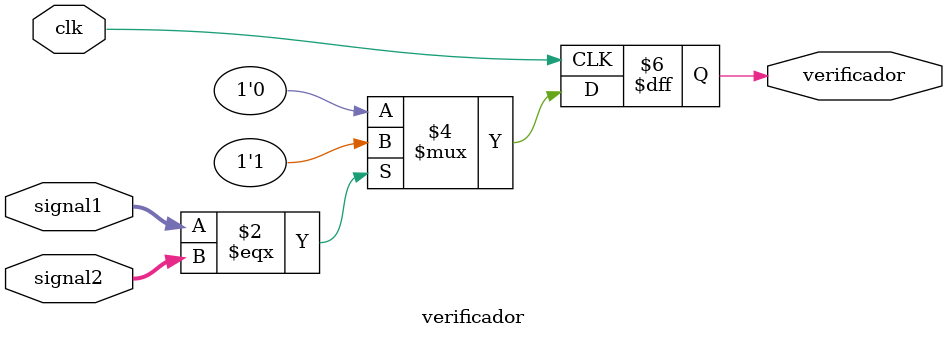
<source format=v>
module verificador #( parameter BITS = 2 ) 
                    ( output reg verificador,
		      input wire 	    clk,
		      input wire [BITS-1:0] signal1,
		      input wire [BITS-1:0] signal2 );

   // SE USA TRIPLE = PARA TOMAR EN CUENTA LOS VALORES
   // xx Y ASI PODERLOS COMPARAR COMO IGUALES.
   always @( posedge clk ) begin
      if( signal1 === signal2 ) begin
	 verificador <= 1'b1;
      end
      else begin
	 verificador <= 1'b0;
      end
   end

endmodule // verificador

   
 

</source>
